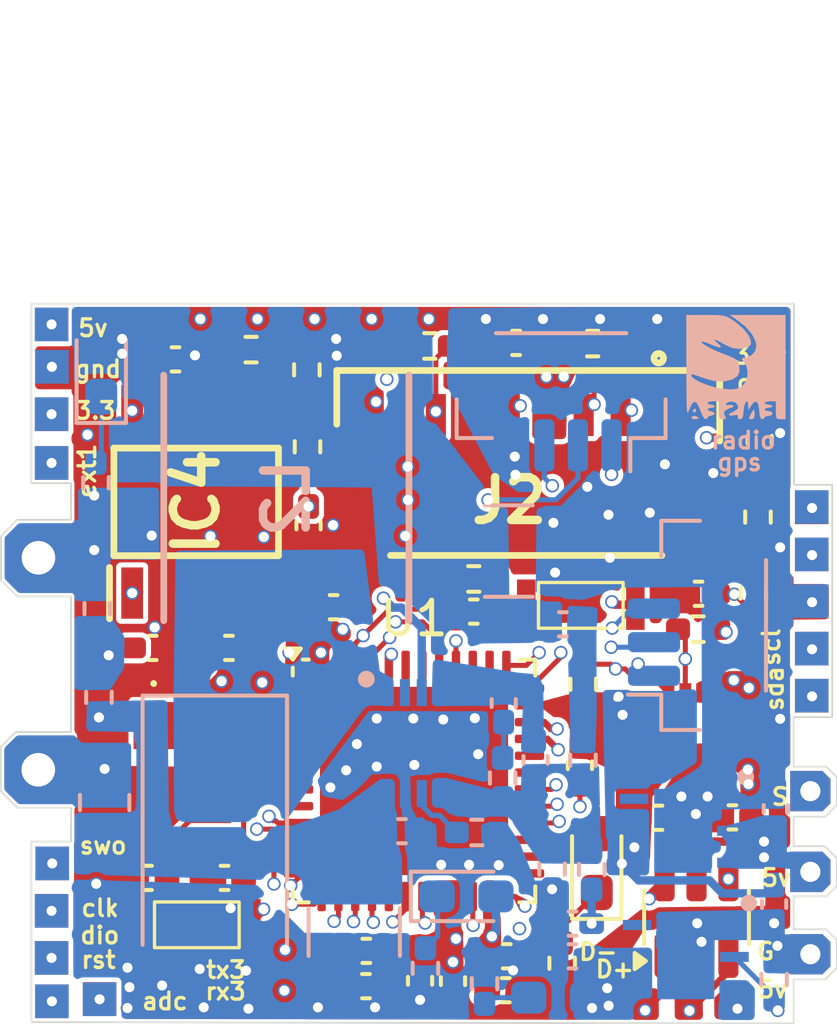
<source format=kicad_pcb>
(kicad_pcb (version 20241229) (generator "pcbnew") (generator_version "9.0")
  (layers (0 "F.Cu" signal) (4 "In1.Cu" signal) (6 "In2.Cu" signal) (8 "In3.Cu" signal) (10 "In4.Cu" signal) (2 "B.Cu" signal) (13 "F.Paste" user) (15 "B.Paste" user) (5 "F.SilkS" user "F.Silkscreen") (7 "B.SilkS" user "B.Silkscreen") (1 "F.Mask" user) (3 "B.Mask" user) (25 "Edge.Cuts" user))
  (net 0 "")
  (net 1 "GND")
  (net 2 "+3.3V")
  (net 3 "NRST")
  (net 4 "USART3_RX")
  (net 5 "Net-(U1-PF1)")
  (net 6 "Net-(U1-PF0)")
  (net 7 "SDDETECT")
  (net 8 "VIN")
  (net 9 "Net-(IC3-COMP)")
  (net 10 "Net-(C26-Pad2)")
  (net 11 "Net-(IC3-FB)")
  (net 12 "+5V")
  (net 13 "Net-(C28-Pad2)")
  (net 14 "ADC1_IN3_VBAT")
  (net 15 "ADC1_IN2_CURR")
  (net 16 "Net-(D2-K)")
  (net 17 "Net-(D3-K)")
  (net 18 "Net-(D3-A)")
  (net 19 "I2C3_SDA_ACCEL")
  (net 23 "I2C3_SCL_ACCEL")
  (net 26 "Net-(IC3-FSW)")
  (net 27 "Net-(IC4-A3)")
  (net 28 "Net-(IC4-A1)")
  (net 29 "3.3VEN")
  (net 30 "Net-(IC4-OUT)")
  (net 31 "SPI1_CS_SD")
  (net 32 "SPI1_MISO_SD")
  (net 33 "Net-(J2-G3)")
  (net 36 "SPI1_SCK_SD")
  (net 37 "SPI1_MOSI_SD")
  (net 38 "USART1_RX_GPS")
  (net 39 "USART1_TX_GPS")
  (net 40 "ADC1_IN1")
  (net 41 "LPUART1_RX_RADIO")
  (net 42 "LPUART1_TX_RADIO")
  (net 43 "GPIO_EXTI1")
  (net 44 "SWO")
  (net 45 "SWDIO")
  (net 46 "I2C1_SCL")
  (net 47 "SWCLK{slash}I2C1_SDA")
  (net 48 "TIM3_CHI_PWM4")
  (net 49 "USART3_TX")
  (net 54 "D+")
  (net 61 "D-")
  (net 65 "BAT+")
  (net 66 "PWEN")
  (net 68 "USBD+")
  (net 69 "USBD-")
  (net 70 "Net-(D1-K)")
  (net 71 "Net-(D4-K)")
  (net 72 "Net-(D5-K)")
  (net 73 "ADC2_IN17")
  (footprint "" (layer "F.Cu") (at 174.5 93.53)
    (property "Reference" "")
    (property "Value" "")
  )
  (footprint "Resistor_SMD:R_0402_1005Metric_Pad0.72x0.64mm_HandSolder" (layer "F.Cu") (at 184.33 74.1)
    (property "Reference" "R8" (hide yes))
    (property "Value" "47k" (hide yes))
  )
  (footprint "KXT3:SW_KXT3" (layer "F.Cu") (at 175.495 92.045)
    (property "Reference" "SW1" (hide yes))
    (property "Value" "RSTBTN" (hide yes))
  )
  (footprint "" (layer "F.Cu") (at 173.08 74.72)
    (property "Reference" "1" (hide yes))
    (property "Value" "")
  )
  (footprint "Capacitor_SMD:C_0402_1005Metric_Pad0.74x0.62mm_HandSolder" (layer "F.Cu") (at 180.72 79.44 90)
    (property "Reference" "C32" (hide yes))
    (property "Value" "10n" (hide yes))
  )
  (footprint "Capacitor_SMD:C_0402_1005Metric_Pad0.74x0.62mm_HandSolder" (layer "F.Cu") (at 185.02 92.99 90)
    (property "Reference" "C7" (hide yes))
    (property "Value" "10n" (hide yes))
  )
  (footprint "crystalmulticomp:MCSJK7U1200101080B10" (layer "F.Cu") (at 176.96 86.49 -90)
    (property "Reference" "Y1" (hide yes))
    (property "Value" "Crystal_GND24_Small" (hide yes))
  )
  (footprint "Capacitor_SMD:C_0402_1005Metric_Pad0.74x0.62mm_HandSolder" (layer "F.Cu") (at 178.22 89.92)
    (property "Reference" "C2" (hide yes))
    (property "Value" "0.1u" (hide yes))
  )
  (footprint "connecteurcustom:edge pad" (layer "F.Cu") (at 195.05 87.89 -90)
    (property "Reference" "REF**2" (hide yes))
    (property "Value" "edge pad" (hide yes))
  )
  (footprint "Capacitor_SMD:C_0402_1005Metric_Pad0.74x0.62mm_HandSolder" (layer "F.Cu") (at 181.4675 81.87 180)
    (property "Reference" "C6" (hide yes))
    (property "Value" "100n" (hide yes))
  )
  (footprint "Capacitor_SMD:C_0402_1005Metric_Pad0.74x0.62mm_HandSolder" (layer "F.Cu") (at 175.94 89.92 180)
    (property "Reference" "C12" (hide yes))
    (property "Value" "16p" (hide yes))
  )
  (footprint "Capacitor_SMD:C_0402_1005Metric_Pad0.74x0.62mm_HandSolder" (layer "F.Cu") (at 182.43 93.14)
    (property "Reference" "C10" (hide yes))
    (property "Value" "1u" (hide yes))
  )
  (footprint "" (layer "F.Cu") (at 172.68 80.74)
    (property "Reference" "")
    (property "Value" "")
  )
  (footprint "" (layer "F.Cu") (at 195.7 80.3)
    (property "Reference" "7" (hide yes))
    (property "Value" "")
  )
  (footprint "Resistor_SMD:R_0402_1005Metric_Pad0.72x0.64mm_HandSolder" (layer "F.Cu") (at 185.64 81.03 180)
    (property "Reference" "R2" (hide yes))
    (property "Value" "10k" (hide yes))
  )
  (footprint "" (layer "F.Cu") (at 173.07 76.13)
    (property "Reference" "2" (hide yes))
    (property "Value" "")
  )
  (footprint "Capacitor_SMD:C_0402_1005Metric_Pad0.74x0.62mm_HandSolder" (layer "F.Cu") (at 191.137 88.132)
    (property "Reference" "C1" (hide yes))
    (property "Value" "100n" (hide yes))
  )
  (footprint "" (layer "F.Cu") (at 195.7 78.9)
    (property "Reference" "8" (hide yes))
    (property "Value" "")
  )
  (footprint "" (layer "F.Cu") (at 195.7 84.5)
    (property "Reference" "4" (hide yes))
    (property "Value" "")
  )
  (footprint "Capacitor_SMD:C_0402_1005Metric_Pad0.74x0.62mm_HandSolder" (layer "F.Cu") (at 186.9 74.01 180)
    (property "Reference" "C16" (hide yes))
    (property "Value" "100n" (hide yes))
  )
  (footprint "LED_SMD:LED_0603_1608Metric_Pad1.05x0.95mm_HandSolder" (layer "F.Cu") (at 189.3 89.48 90)
    (property "Reference" "D3" (hide yes))
    (property "Value" "LED" (hide yes))
  )
  (footprint "Capacitor_SMD:C_0402_1005Metric_Pad0.74x0.62mm_HandSolder" (layer "F.Cu") (at 184.04 92.98 90)
    (property "Reference" "C8" (hide yes))
    (property "Value" "1u" (hide yes))
  )
  (footprint "TSC102:SOIC127P600X175-8N" (layer "F.Cu") (at 177.375 78.738 90)
    (property "Reference" "IC4")
    (property "Value" "TSC102IDT" (hide yes))
  )
  (footprint "Resistor_SMD:R_0402_1005Metric_Pad0.72x0.64mm_HandSolder" (layer "F.Cu") (at 194.1 79.19 -90)
    (property "Reference" "R5" (hide yes))
    (property "Value" "10k" (hide yes))
  )
  (footprint "Resistor_SMD:R_0402_1005Metric_Pad0.72x0.64mm_HandSolder" (layer "F.Cu") (at 180.69 77.1 90)
    (property "Reference" "R24" (hide yes))
    (property "Value" "100R" (hide yes))
  )
  (footprint "TestPoint:TestPoint_Pad_1.0x1.0mm" (layer "F.Cu") (at 180 93.27)
    (property "Reference" "REF**" (hide yes))
    (property "Value" "TestPoint_Pad_1.0x1.0mm" (hide yes))
  )
  (footprint "Resistor_SMD:R_0402_1005Metric_Pad0.72x0.64mm_HandSolder" (layer "F.Cu") (at 192.317 82.522 180)
    (property "Reference" "R9" (hide yes))
    (property "Value" "47k" (hide yes))
  )
  (footprint "" (layer "F.Cu") (at 173.07 77.58)
    (property "Reference" "3" (hide yes))
    (property "Value" "")
  )
  (footprint "Capacitor_SMD:C_0402_1005Metric_Pad0.74x0.62mm_HandSolder" (layer "F.Cu") (at 194.15 76.89 90)
    (property "Reference" "C15" (hide yes))
    (property "Value" "4.7u" (hide yes))
  )
  (footprint "connecteurcustom:edge pad" (layer "F.Cu") (at 195.09 90.29 -90)
    (property "Reference" "REF**1" (hide yes))
    (property "Value" "edge pad" (hide yes))
  )
  (footprint "Resistor_SMD:R_0402_1005Metric_Pad0.72x0.64mm_HandSolder" (layer "F.Cu") (at 180.67 74.81 -90)
    (property "Reference" "R25" (hide yes))
    (property "Value" "2k" (hide yes))
  )
  (footprint "Capacitor_SMD:C_0402_1005Metric_Pad0.74x0.62mm_HandSolder" (layer "F.Cu") (at 176.76 74.5 180)
    (property "Reference" "C31" (hide yes))
    (property "Value" "1u" (hide yes))
  )
  (footprint "" (layer "F.Cu") (at 173.07 73.46)
    (property "Reference" "")
    (property "Value" "")
  )
  (footprint "" (layer "F.Cu") (at 173.07 92.3)
    (property "Reference" "2" (hide yes))
    (property "Value" "")
  )
  (footprint "" (layer "F.Cu") (at 195.7 83.1)
    (property "Reference" "5" (hide yes))
    (property "Value" "")
  )
  (footprint "Resistor_SMD:R_0402_1005Metric_Pad0.72x0.64mm_HandSolder" (layer "F.Cu") (at 179.01 74.21)
    (property "Reference" "R26" (hide yes))
    (property "Value" "1k" (hide yes))
  )
  (footprint "" (layer "F.Cu") (at 173.07 90.9)
    (property "Reference" "1" (hide yes))
    (property "Value" "")
  )
  (footprint "Capacitor_SMD:C_0402_1005Metric_Pad0.74x0.62mm_HandSolder" (layer "F.Cu") (at 186.59 93.26)
    (property "Reference" "C11" (hide yes))
    (property "Value" "4.7u" (hide yes))
  )
  (footprint "molexmicrosd:47309-2651" (layer "F.Cu") (at 187.26 74.83)
    (property "Reference" "J2")
    (property "Value" "47309-2651" (hide yes))
  )
  (footprint "Package_TO_SOT_SMD:SOT-23-6" (layer "F.Cu") (at 192.27 91.0925 90)
    (property "Reference" "U2" (hide yes))
    (property "Value" "USBLC6-2SC6" (hide yes))
  )
  (footprint "" (layer "F.Cu") (at 195.7 81.7)
    (property "Reference" "6" (hide yes))
    (property "Value" "")
  )
  (footprint "connecteurcustom:edge pad" (layer "F.Cu") (at 195.05 92.74 -90)
    (property "Reference" "REF**" (hide yes))
    (property "Value" "edge pad" (hide yes))
  )
  (footprint "KXT3:SW_KXT3" (layer "F.Cu") (at 186.925 82.545)
    (property "Reference" "SW2" (hide yes))
    (property "Value" "boot" (hide yes))
  )
  (footprint "Resistor_SMD:R_0402_1005Metric_Pad0.72x0.64mm_HandSolder" (layer "F.Cu") (at 193.96 81.45 -90)
    (property "Reference" "R6" (hide yes))
    (property "Value" "10k" (hide yes))
  )
  (footprint "Capacitor_SMD:C_0402_1005Metric_Pad0.74x0.62mm_HandSolder" (layer "F.Cu") (at 188.8 86.57 90)
    (property "Reference" "C4" (hide yes))
    (property "Value" "100n" (hide yes))
  )
  (footprint "" (layer "F.Cu") (at 173.09 89.49)
    (property "Reference" "")
    (property "Value" "")
  )
  (footprint "Capacitor_SMD:C_0402_1005Metric_Pad0.74x0.62mm_HandSolder" (layer "F.Cu") (at 193.34 88.12 180)
    (property "Reference" "C17" (hide yes))
    (property "Value" "10u" (hide yes))
  )
  (footprint "Capacitor_SMD:C_0402_1005Metric_Pad0.74x0.62mm_HandSolder" (layer "F.Cu") (at 182.44 92.09)
    (property "Reference" "C9" (hide yes))
    (property "Value" "100n" (hide yes))
  )
  (footprint "Package_DFN_QFN:QFN-48-1EP_7x7mm_P0.5mm_EP5.6x5.6mm" (layer "F.Cu") (at 183.86 87.0375)
    (property "Reference" "U1")
    (property "Value" "STM32G431CBUx" (hide yes))
  )
  (footprint "Capacitor_SMD:C_0402_1005Metric_Pad0.74x0.62mm_HandSolder" (layer "F.Cu") (at 176.08 83.08 180)
    (property "Reference" "C30" (hide yes))
    (property "Value" "100n" (hide yes))
  )
  (footprint "Capacitor_SMD:C_0402_1005Metric_Pad0.74x0.62mm_HandSolder" (layer "F.Cu") (at 178.35 83.08 180)
    (property "Reference" "C13" (hide yes))
    (property "Value" "16p" (hide yes))
  )
  (footprint "" (layer "F.Cu") (at 173.08 93.59)
    (property "Reference" "3" (hide yes))
    (property "Value" "")
  )
  (footprint "connecteur custom:batpad" (layer "F.Cu") (at 173.78 87.77 90)
    (property "Reference" "REF**" (hide yes))
    (property "Value" "batpad" (hide yes))
  )
  (footprint "Resistor_SMD:R_0402_1005Metric_Pad0.72x0.64mm_HandSolder" (layer "F.Cu") (at 188.27 92.4575 90)
    (property "Reference" "R20" (hide yes))
    (property "Value" "1.1k" (hide yes))
  )
  (footprint "Capacitor_SMD:C_0402_1005Metric_Pad0.74x0.62mm_HandSolder" (layer "F.Cu") (at 186.62 92.25 180)
    (property "Reference" "C5" (hide yes))
    (property "Value" "100n" (hide yes))
  )
  (footprint "Capacitor_SMD:C_0402_1005Metric_Pad0.74x0.62mm_HandSolder" (layer "F.Cu") (at 192.33 81.47 180)
    (property "Reference" "C14" (hide yes))
    (property "Value" "10n" (hide yes))
  )
  (footprint "Resistor_SMD:R_0402_1005Metric_Pad0.72x0.64mm_HandSolder" (layer "F.Cu") (at 188.897 84.162 -90)
    (property "Reference" "R10" (hide yes))
    (property "Value" "47k" (hide yes))
  )
  (footprint "" (layer "F.Cu") (at 180.02 92.06)
    (property "Reference" "")
    (property "Value" "")
  )
  (footprint "Capacitor_SMD:C_0402_1005Metric_Pad0.74x0.62mm_HandSolder" (layer "F.Cu") (at 185.64 82)
    (property "Reference" "C3" (hide yes))
    (property "Value" "10n" (hide yes))
  )
  (footprint "WSEN-ISDS:2536030320001" (layer "F.Cu") (at 191.937 85.33)
    (property "Reference" "IC1" (hide yes))
    (property "Value" "2536030320001" (hide yes))
  )
  (footprint "Resistor_SMD:R_0402_1005Metric_Pad0.72x0.64mm_HandSolder" (layer "F.Cu") (at 189.18 74.03)
    (property "Reference" "R7" (hide yes))
    (property "Value" "47k" (hide yes))
  )
  (footprint "Capacitor_SMD:C_0402_1005Metric_Pad0.74x0.62mm_HandSolder" (layer "B.Cu") (at 194.63 87.87 90)
    (property "Reference" "C19" (hide yes))
    (property "Value" "1u" (hide yes))
  )
  (footprint "Capacitor_SMD:C_0402_1005Metric_Pad0.74x0.62mm_HandSolder" (layer "B.Cu") (at 188.5775 92.25 180)
    (property "Reference" "C21" (hide yes))
    (property "Value" "1u" (hide yes))
  )
  (footprint "Resistor_SMD:R_0402_1005Metric_Pad0.72x0.64mm_HandSolder" (layer "B.Cu") (at 186.5 86.95 -90)
    (property "Reference" "R16" (hide yes))
    (property "Value" "3.3k" (hide yes))
  )
  (footprint "Capacitor_SMD:C_0402_1005Metric_Pad0.74x0.62mm_HandSolder" (layer "B.Cu") (at 187.48 86.41 -90)
    (property "Reference" "C27" (hide yes))
    (property "Value" "220p" (hide yes))
  )
  (footprint "" (layer "B.Cu") (at 173.07 90.9 180)
    (property "Reference" "")
    (property "Value" "")
  )
  (footprint "Connector_JST:JST_SH_BM04B-SRSS-TB_1x04-1MP_P1.00mm_Vertical" (layer "B.Cu") (at 192.33 82.41 90)
    (property "Reference" "J3" (hide yes))
    (property "Value" "connecteur gps" (hide yes))
  )
  (footprint "Resistor_SMD:R_0402_1005Metric_Pad0.72x0.64mm_HandSolder" (layer "B.Cu") (at 185.73 88.57)
    (property "Reference" "R15" (hide yes))
    (property "Value" "220k" (hide yes))
  )
  (footprint "inductancewurth:INDPM7373X340N" (layer "B.Cu") (at 180.06 78.62 90)
    (property "Reference" "L2")
    (property "Value" "22u" (hide yes))
  )
  (footprint "Capacitor_SMD:C_1210_3225Metric_Pad1.33x2.70mm_HandSolder" (layer "B.Cu") (at 186.68 80.2)
    (property "Reference" "C29" (hide yes))
    (property "Value" "22u" (hide yes))
  )
  (footprint "" (layer "B.Cu") (at 173.07 76.13 180)
    (property "Reference" "")
    (property "Value" "")
  )
  (footprint "Capacitor_SMD:C_0402_1005Metric_Pad0.74x0.62mm_HandSolder" (layer "B.Cu") (at 188.29 82.38)
    (property "Reference" "C28" (hide yes))
    (property "Value" "3.3n" (hide yes))
  )
  (footprint "" (layer "B.Cu") (at 173.07 77.58 180)
    (property "Reference" "")
    (property "Value" "")
  )
  (footprint "Resistor_SMD:R_0402_1005Metric_Pad0.72x0.64mm_HandSolder" (layer "B.Cu") (at 184.2 92.61 90)
    (property "Reference" "R11" (hide yes))
    (property "Value" "1k" (hide yes))
  )
  (footprint "Connector_JST:JST_SH_BM04B-SRSS-TB_1x04-1MP_P1.00mm_Vertical" (layer "B.Cu") (at 188.24 75.73 180)
    (property "Reference" "J4" (hide yes))
    (property "Value" "connecteur radio" (hide yes))
  )
  (footprint "" (layer "B.Cu") (at 173.08 74.72 180)
    (property "Reference" "")
    (property "Value" "")
  )
  (footprint "" (layer "B.Cu") (at 173.07 73.46 180)
    (property "Reference" "")
    (property "Value" "")
  )
  (footprint "" (layer "B.Cu") (at 195.7 83.1 180)
    (property "Reference" "")
    (property "Value" "")
  )
  (footprint "Capacitor_SMD:C_0402_1005Metric_Pad0.74x0.62mm_HandSolder" (layer "B.Cu") (at 183.5 88.53)
    (property "Reference" "C25" (hide yes))
    (property "Value" "470n" (hide yes))
  )
  (footprint "LDO40PURY:SON95P300X300X90-7N-D" (layer "B.Cu") (at 191.95 92.27 180)
    (property "Reference" "IC5" (hide yes))
    (property "Value" "LDO40LPU33RY" (hide yes))
  )
  (footprint "Resistor_SMD:R_0402_1005Metric_Pad0.72x0.64mm_HandSolder" (layer "B.Cu") (at 174.43 81.91 -90)
    (property "Reference" "R22" (hide yes))
    (property "Value" "10k" (hide yes))
  )
  (footprint "Resistor_SMD:R_0402_1005Metric_Pad0.72x0.64mm_HandSolder" (layer "B.Cu") (at 185.96 93.0675 -90)
    (property "Reference" "R4" (hide yes))
    (property "Value" "1k" (hide yes))
  )
  (footprint "LED_SMD:LED_0603_1608Metric_Pad1.05x0.95mm_HandSolder" (layer "B.Cu") (at 174.55 74.73 90)
    (property "Reference" "D1" (hide yes))
    (property "Value" "LED" (hide yes))
  )
  (footprint "logo:logo ensea" (layer "B.Cu") (at 193.42 74.68 180)
    (property "Reference" "G***" (hide yes))
    (property "Value" "LOGO" (hide yes))
  )
  (footprint "Capacitor_SMD:C_1210_3225Metric_Pad1.33x2.70mm_HandSolder" (layer "B.Cu") (at 182.08 91.53 -90)
    (property "Reference" "C24" (hide yes))
    (property "Value" "10u" (hide yes))
  )
  (footprint "Resistor_SMD:R_0402_1005Metric_Pad0.72x0.64mm_HandSolder" (layer "B.Cu") (at 174.39 78.17 90)
    (property "Reference" "R3" (hide yes))
    (property "Value" "200R" (hide yes))
  )
  (footprint "" (layer "B.Cu") (at 195.7 84.5 180)
    (property "Reference" "")
    (property "Value" "")
  )
  (footprint "" (layer "B.Cu") (at 174.5 93.52 180)
    (property "Reference" "")
    (property "Value" "")
  )
  (footprint "" (layer "B.Cu") (at 195.7 80.3 180)
    (property "Reference" "7" (hide yes))
    (property "Value" "")
  )
  (footprint "" (layer "B.Cu") (at 195.7 78.89 180)
    (property "Reference" "")
    (property "Value" "")
  )
  (footprint "" (layer "B.Cu") (at 195.7 81.69 180)
    (property "Reference" "")
    (property "Value" "")
  )
  (footprint "Capacitor_SMD:C_0402_1005Metric_Pad0.74x0.62mm_HandSolder" (layer "B.Cu") (at 194.58 90.7 -90)
    (property "Reference" "C20" (hide yes))
    (property "Value" "1u" (hide yes))
  )
  (footprint "Resistor_SMD:R_0402_1005Metric_Pad0.72x0.64mm_HandSolder" (layer "B.Cu") (at 187.97 89.66 -90)
    (property "Reference" "R19" (hide yes))
    (property "Value" "680R" (hide yes))
  )
  (footprint "Resistor_SMD:R_0402_1005Metric_Pad0.72x0.64mm_HandSolder" (layer "B.Cu") (at 174.48 84.55 -90)
    (property "Reference" "R21" (hide yes))
    (property "Value" "20k" (hide yes))
  )
  (footprint "LDO40PURY:SON95P300X300X90-7N-D" (layer "B.Cu") (at 191.86 88.52 180)
    (property "Reference" "IC2" (hide yes))
    (property "Value" "LDO40LPU33RY" (hide yes))
  )
  (footprint "Capacitor_SMD:C_0402_1005Metric_Pad0.74x0.62mm_HandSolder" (layer "B.Cu") (at 186.53 84.72 -90)
    (property "Reference" "C26" (hide yes))
    (property "Value" "22n" (hide yes))
  )
  (footprint "Capacitor_SMD:C_0402_1005Metric_Pad0.74x0.62mm_HandSolder" (layer "B.Cu") (at 188.58 91.28 180)
    (property "Reference" "C18" (hide yes))
    (property "Value" "1u" (hide yes))
  )
  (footprint "" (layer "B.Cu") (at 173.09 89.49 180)
    (property "Reference" "")
    (property "Value" "")
  )
  (footprint "LED_SMD:LED_0603_1608Metric_Pad1.05x0.95mm_HandSolder" (layer "B.Cu") (at 185.425 90.47)
    (property "Reference" "D5" (hide yes))
    (property "Value" "LED" (hide yes))
  )
  (footprint "Resistor_SMD:R_0402_1005Metric_Pad0.72x0.64mm_HandSolder" (layer "B.Cu") (at 188.89 86.42 -90)
    (property "Reference" "R17" (hide yes))
    (property "Value" "200R" (hide yes))
  )
  (footprint "Diode_SMD:D_SMB_Handsoldering" (layer "B.Cu") (at 177.93 89.21 -90)
    (property "Reference" "D2" (hide yes))
    (property "Value" "STPS3L40" (hide yes))
  )
  (footprint "Resistor_SMD:R_0402_1005Metric_Pad0.72x0.64mm_HandSolder" (layer "B.Cu") (at 194.58 92.94 90)
    (property "Reference" "R1" (hide yes))
    (property "Value" "100k" (hide yes))
  )
  (footprint "LED_SMD:LED_0603_1608Metric_Pad1.05x0.95mm_HandSolder" (layer "B.Cu") (at 188.15 93.48)
    (property "Reference" "D4" (hide yes))
    (property "Value" "LED" (hide yes))
  )
  (footprint "Resistor_SMD:R_0805_2012Metric_Pad1.20x1.40mm_HandSolder" (layer "B.Cu") (at 174.65 87.68 90)
    (property "Reference" "R23" (hide yes))
    (property "Value" "10m" (hide yes))
  )
  (footprint "Resistor_SMD:R_0402_1005Metric_Pad0.72x0.64mm_HandSolder" (layer "B.Cu") (at 189.15 89.67 90)
    (property "Reference" "R18" (hide yes))
    (property "Value" "4.99k" (hide yes))
  )
  (footprint "" (layer "B.Cu") (at 173.07 92.3 180)
    (property "Reference" "")
    (property "Value" "")
  )
  (footprint "L7981:SON50P300X300X100-9N-D" (layer "B.Cu") (at 183.84 85.91 -90)
    (property "Reference" "IC3" (hide yes))
    (property "Value" "L7981TR" (hide yes))
  )
  (footprint "" (layer "B.Cu") (at 173.08 93.59 180)
    (property "Reference" "3" (hide yes))
    (property "Value" "")
  )
  (gr_poly (pts (xy 195.17 72.84) (xy 172.47 72.84) (xy 172.47 78.18) (xy 173.65 78.18) (xy 173.65 79.18) (xy 173.65 79.27) (xy 172.05 79.27) (xy 171.57 79.75) (xy 171.57 81.07) (xy 172.05 81.55) (xy 173.65 81.55) (xy 173.65 81.69) (xy 173.65 85.45) (xy 173.65 85.58) (xy 172 85.58) (xy 171.56 86.02) (xy 171.56 87.34) (xy 172.05 87.83) (xy 173.65 87.83) (xy 173.65 88.73) (xy 173.65 88.84) (xy 172.47 88.84) (xy 172.47 94.210193) (xy 195.16 94.25) (xy 195.16 92.94) (xy 196.1 92.94) (xy 196.45 92.59) (xy 196.45 91.77) (xy 196.13 91.45) (xy 195.16 91.45) (xy 195.16 90.47) (xy 195.28 90.47) (xy 196.14 90.47) (xy 196.45 90.16) (xy 196.45 89.34) (xy 196.09 88.98) (xy 195.16 88.98) (xy 195.16 88.1) (xy 196.1 88.1) (xy 196.45 87.75) (xy 196.45 86.93) (xy 196.13 86.61) (xy 195.28 86.61) (xy 195.16 86.61) (xy 195.16 85.14) (xy 196.31 85.14) (xy 196.31 78.35) (xy 196.31 78.23) (xy 195.17 78.23) (xy 195.17 73.03)) (stroke (width 0.05)) (fill no) (layer "Edge.Cuts"))
  (gr_text "gnd" (at 193.41 75.5 0) (layer "F.SilkS") (effects (font (size 0.5 0.5) (thickness 0.1)) (justify left bottom)))
  (gr_text "3.3v" (at 193.32 74.68 0) (layer "F.SilkS") (effects (font (size 0.5 0.5) (thickness 0.1)) (justify left bottom)))
  (gr_text "G" (at 194.01 92.4 0) (layer "F.SilkS") (effects (font (size 0.5 0.5) (thickness 0.1)) (justify left bottom)))
  (gr_text "tx3" (at 177.61 92.95 0) (layer "F.SilkS") (effects (font (size 0.5 0.5) (thickness 0.1)) (justify left bottom)))
  (gr_text "scl" (at 194.79 83.67 90) (layer "F.SilkS") (effects (font (size 0.5 0.5) (thickness 0.1)) (justify left bottom)))
  (gr_text "gnd" (at 173.71 75.08 0) (layer "F.SilkS") (effects (font (size 0.5 0.5) (thickness 0.1)) (justify left bottom)))
  (gr_text "5v" (at 193.9 73.88 0) (layer "F.SilkS") (effects (font (size 0.5 0.5) (thickness 0.1)) (justify left bottom)))
  (gr_text "dio" (at 173.87 91.92 0) (layer "F.SilkS") (effects (font (size 0.5 0.5) (thickness 0.1)) (justify left bottom)))
  (gr_text "S" (at 194.45 87.8 0) (layer "F.SilkS") (effects (font (size 0.5 0.5) (thickness 0.1)) (justify left bottom)))
  (gr_text "clk" (at 173.9 91.11 0) (layer "F.SilkS") (effects (font (size 0.5 0.5) (thickness 0.1)) (justify left bottom)))
  (gr_text "rst" (at 173.9 92.65 0) (layer "F.SilkS") (effects (font (size 0.5 0.5) (thickness 0.1)) (justify left bottom)))
  (gr_text "5v" (at 194.04 93.53 0) (layer "F.SilkS") (effects (font (size 0.5 0.5) (thickness 0.1) (bold yes)) (justify left bottom)))
  (gr_text "sda" (at 194.89 85.01 90) (layer "F.SilkS") (effects (font (size 0.5 0.5) (thickness 0.1)) (justify left bottom)))
  (gr_text "D+" (at 189.21 92.93 -0) (layer "F.SilkS") (effects (font (size 0.5 0.5) (thickness 0.1)) (justify left bottom)))
  (gr_text "rx3" (at 177.59 93.59 0) (layer "F.SilkS") (effects (font (size 0.5 0.5) (thickness 0.1)) (justify left bottom)))
  (gr_text "adc" (at 175.71 93.88 0) (layer "F.SilkS") (effects (font (size 0.5 0.5) (thickness 0.1)) (justify left bottom)))
  (gr_text "swo" (at 173.85 89.25 0) (layer "F.SilkS") (effects (font (size 0.5 0.5) (thickness 0.1)) (justify left bottom)))
  (gr_text "D-" (at 188.72 92.41 -0) (layer "F.SilkS") (effects (font (size 0.5 0.5) (thickness 0.1)) (justify left bottom)))
  (gr_text "5v" (at 194.15 90.21 0) (layer "F.SilkS") (effects (font (size 0.5 0.5) (thickness 0.1)) (justify left bottom)))
  (gr_text "5v" (at 173.81 73.86 0) (layer "F.SilkS") (effects (font (size 0.5 0.5) (thickness 0.1)) (justify left bottom)))
  (gr_text "3.3" (at 173.71 76.32 0) (layer "F.SilkS") (effects (font (size 0.5 0.5) (thickness 0.1)) (justify left bottom)))
  (gr_text "ext1" (at 174.42 78.68 90) (layer "F.SilkS") (effects (font (size 0.5 0.5) (thickness 0.1)) (justify left bottom)))
  (gr_text "radio" (at 192.65 77.2 0) (layer "B.SilkS") (effects (font (size 0.5 0.5) (thickness 0.1) (bold yes)) (justify left bottom)))
  (gr_text "gps" (at 192.83 77.85 0) (layer "B.SilkS") (effects (font (size 0.5 0.5) (thickness 0.1) (bold yes)) (justify left bottom)))
  (segment (start 188.8 87.1375) (end 188.8 87.8) (width 0.15) (layer "F.Cu") (net 1))
  (via (at 176.36 93.12) (size 0.4) (drill 0.3) (layers "F.Cu" "B.Cu") (net 1))
  (via (at 176.05 79.74) (size 0.4) (drill 0.3) (layers "F.Cu" "B.Cu") (net 1))
  (via (at 184.73 85.21) (size 0.4) (drill 0.3) (layers "F.Cu" "B.Cu") (net 1))
  (via (at 176.14 82.47) (size 0.4) (drill 0.3) (layers "F.Cu" "B.Cu") (net 1))
  (via (at 194.76 76.69) (size 0.4) (drill 0.3) (layers "F.Cu" "B.Cu") (net 1))
  (via (at 195.71 81.72) (size 0.4) (drill 0.3) (layers "F.Cu" "B.Cu") (net 1))
  (via (at 192.25 88.02) (size 0.4) (drill 0.3) (layers "F.Cu" "B.Cu") (net 1))
  (via (at 182.16 85.94) (size 0.4) (drill 0.3) (layers "F.Cu" "B.Cu") (net 1))
  (via (at 188.06 80.84) (size 0.4) (drill 0.3) (layers "F.Cu" "B.Cu") (net 1))
  (via (at 191.1 73.3) (size 0.4) (drill 0.3) (layers "F.Cu" "B.Cu") (net 1))
  (via (at 174.14 76.74) (size 0.4) (drill 0.3) (layers "F.Cu" "B.Cu") (net 1))
  (via (at 186.86 77.39) (size 0.4) (drill 0.3) (layers "F.Cu" "B.Cu") (net 1))
  (via (at 182.6 73.3) (size 0.4) (drill 0.3) (layers "F.Cu" "B.Cu") (net 1))
  (via (at 189.65 79.12) (size 0.4) (drill 0.3) (layers "F.Cu" "B.Cu") (net 1))
  (via (at 190.88 79.06) (size 0.4) (drill 0.3) (layers "F.Cu" "B.Cu") (net 1))
  (via (at 175.39 93.17) (size 0.4) (drill 0.3) (layers "F.Cu" "B.Cu") (net 1))
  (via (at 194.68 91.94) (size 0.4) (drill 0.3) (layers "F.Cu" "B.Cu") (net 1))
  (via (at 180.9 73.3) (size 0.4) (drill 0.3) (layers "F.Cu" "B.Cu") (net 1))
  (via (at 185.5 89.53) (size 0.4) (drill 0.3) (layers "F.Cu" "B.Cu") (net 1))
  (via (at 183.68 78.68) (size 0.4) (drill 0.3) (layers "F.Cu" "B.Cu") (net 1))
  (via (at 178.4 90.82) (size 0.4) (drill 0.3) (layers "F.Cu" "B.Cu") (net 1))
  (via (at 173.08 74.72) (size 0.4) (drill 0.3) (layers "F.Cu" "B.Cu") (net 1))
  (via (at 186.88 77.93) (size 0.4) (drill 0.3) (layers "F.Cu" "B.Cu") (net 1))
  (via (at 186.81 92.67) (size 0.4) (drill 0.3) (layers "F.Cu" "B.Cu") (net 1))
  (via (at 182.75 85.18) (size 0.4) (drill 0.3) (layers "F.Cu" "B.Cu") (net 1))
  (via (at 194.76 85.19) (size 0.4) (drill 0.3) (layers "F.Cu" "B.Cu") (net 1))
  (via (at 186.38 89.54) (size 0.4) (drill 0.3) (layers "F.Cu" "B.Cu") (net 1))
  (via (at 183.87 86.56) (size 0.4) (drill 0.3) (layers "F.Cu" "B.Cu") (net 1))
  (via (at 185.77 86.24) (size 0.4) (drill 0.3) (layers "F.Cu" "B.Cu") (net 1))
  (via (at 177.8 79.76) (size 0.4) (drill 0.3) (layers "F.Cu" "B.Cu") (net 1))
  (via (at 175.33 93.79) (size 0.4) (drill 0.3) (layers "F.Cu" "B.Cu") (net 1))
  (via (at 182.73 75.76) (size 0.4) (drill 0.3) (layers "F.Cu" "B.Cu") (net 1))
  (via (at 179.34 84.11) (size 0.4) (drill 0.3) (layers "F.Cu" "B.Cu") (net 1))
  (via (at 191.82 87.5) (size 0.4) (drill 0.3) (layers "F.Cu" "B.Cu") (net 1))
  (via (at 192.29 91.27) (size 0.4) (drill 0.3) (layers "F.Cu" "B.Cu") (net 1))
  (via (at 177.5 73.3) (size 0.4) (drill 0.3) (layers "F.Cu" "B.Cu") (net 1))
  (via (at 188.8 87.8) (size 0.4) (drill 0.3) (layers "F.Cu" "B.Cu") (net 1))
  (via (at 174.34 78.55) (size 0.4) (drill 0.3) (layers "F.Cu" "B.Cu") (net 1))
  (via (at 183.84 85.18) (size 0.4) (drill 0.3) (layers "F.Cu" "B.Cu") (net 1))
  (via (at 179.39 79.78) (size 0.4) (drill 0.3) (layers "F.Cu" "B.Cu") (net 1))
  (via (at 175.33 92.59) (size 0.4) (drill 0.3) (layers "F.Cu" "B.Cu") (net 1))
  (via (at 183.67 77.69) (size 0.4) (drill 0.3) (layers "F.Cu" "B.Cu") (net 1))
  (via (at 187.97 90.2575) (size 0.4) (drill 0.3) (layers "F.Cu" "B.Cu") (net 1))
  (via (at 178.86 92.68) (size 0.4) (drill 0.3) (layers "F.Cu" "B.Cu") (net 1))
  (via (at 187.7 73.3) (size 0.4) (drill 0.3) (layers "F.Cu" "B.Cu") (net 1))
  (via (at 184.67 89.53) (size 0.4) (drill 0.3) (layers "F.Cu" "B.Cu") (net 1))
  (via (at 184.04 93.5475) (size 0.4) (drill 0.3) (layers "F.Cu" "B.Cu") (net 1))
  (via (at 182.7 93.77) (size 0.4) (drill 0.3) (layers "F.Cu" "B.Cu") (net 1))
  (via (at 194.58 91.2675) (size 0.4) (drill 0.3) (layers "F.Cu" "B.Cu") (net 1))
  (via (at 189.4 73.3) (size 0.4) (drill 0.3) (layers "F.Cu" "B.Cu") (net 1))
  (via (at 174.34 80.17) (size 0.4) (drill 0.3) (layers "F.Cu" "B.Cu") (net 1))
  (via (at 178.93 93.81) (size 0.4) (drill 0.3) (layers "F.Cu" "B.Cu") (net 1))
  (via (at 189.69 80.4) (size 0.4) (drill 0.3) (layers "F.Cu" "B.Cu") (net 1))
  (via (at 182.75 86.61) (size 0.4) (drill 0.3) (layers "F.Cu" "B.Cu") (net 1))
  (via (at 179.2 73.3) (size 0.4) (drill 0.3) (layers "F.Cu" "B.Cu") (net 1))
  (via (at 181.37 87.23) (size 0.4) (drill 0.3) (layers "F.Cu" "B.Cu") (net 1))
  (via (at 192.77 77.88) (size 0.4) (drill 0.3) (layers "F.Cu" "B.Cu") (net 1))
  (via (at 178.13 84.07) (size 0.4) (drill 0.3) (layers "F.Cu" "B.Cu") (net 1))
  (via (at 181.45 79.43) (size 0.4) (drill 0.3) (layers "F.Cu" "B.Cu") (net 1))
  (via (at 192.42 91.82) (size 0.4) (drill 0.3) (layers "F.Cu" "B.Cu") (net 1))
  (via (at 189.02 78.29) (size 0.4) (drill 0.3) (layers "F.Cu" "B.Cu") (net 1))
  (via (at 174.4 90.095) (size 0.4) (drill 0.3) (layers "F.Cu" "B.Cu") (net 1))
  (via (at 183.6 79.75) (size 0.4) (drill 0.3) (layers "F.Cu" "B.Cu") (net 1))
  (via (at 191.33 77.62) (size 0.4) (drill 0.3) (layers "F.Cu" "B.Cu") (net 1))
  (via (at 185.67 85.17) (size 0.4) (drill 0.3) (layers "F.Cu" "B.Cu") (net 1))
  (via (at 181.84 86.72) (size 0.4) (drill 0.3) (layers "F.Cu" "B.Cu") (net 1))
  (via (at 194.76 80.09) (size 0.4) (drill 0.3) (layers "F.Cu" "B.Cu") (net 1))
  (via (at 181 93.77) (size 0.4) (drill 0.3) (layers "F.Cu" "B.Cu") (net 1))
  (via (at 177.48 92.63) (size 0.4) (drill 0.3) (layers "F.Cu" "B.Cu") (net 1))
  (via (at 184.3 73.3) (size 0.4) (drill 0.3) (layers "F.Cu" "B.Cu") (net 1))
  (via (at 177.6 93.77) (size 0.4) (drill 0.3) (layers "F.Cu" "B.Cu") (net 1))
  (via (at 186 73.3) (size 0.4) (drill 0.3) (layers "F.Cu" "B.Cu") (net 1))
  (via (at 188.01 79.36) (size 0.4) (drill 0.3) (layers "F.Cu" "B.Cu") (net 1))
  (via (at 192.6 87.5) (size 0.4) (drill 0.3) (layers "F.Cu" "B.Cu") (net 1))
  (segment (start 193.4 91.32) (end 193.5575 91.32) (width 0.15) (layer "B.Cu") (net 1))
  (segment (start 186.74 77.055) (end 186.665 77.055) (width 0.15) (layer "B.Cu") (net 1))
  (segment (start 190.774 85.08) (end 190.774 85.58) (width 0.25) (layer "F.Cu") (net 2))
  (segment (start 188.8 84.8565) (end 188.897 84.7595) (width 0.25) (layer "F.Cu") (net 2))
  (segment (start 189.835 81.795) (end 190.45 81.795) (width 0.25) (layer "F.Cu") (net 2))
  (segment (start 189.75 81.71) (end 189.835 81.795) (width 0.25) (layer "F.Cu") (net 2))
  (segment (start 194.1 77.5075) (end 194.15 77.4575) (width 0.25) (layer "F.Cu") (net 2))
  (segment (start 193.5225 76.83) (end 194.15 77.4575) (width 0.25) (layer "F.Cu") (net 2))
  (segment (start 194.1 78.5925) (end 194.1 77.5075) (width 0.25) (layer "F.Cu") (net 2))
  (segment (start 183.05 74.7825) (end 183.7325 74.1) (width 0.25) (layer "F.Cu") (net 2))
  (segment (start 182.9975 92.1) (end 183.0075 92.09) (width 0.15) (layer "F.Cu") (net 2))
  (segment (start 192.57 76.83) (end 193.5225 76.83) (width 0.25) (layer "F.Cu") (net 2))
  (segment (start 188.869 84.7875) (end 188.897 84.7595) (width 0.25) (layer "F.Cu") (net 2))
  (segment (start 183.05 75.09) (end 183.05 74.7825) (width 0.25) (layer "F.Cu") (net 2))
  (via (at 193.38 84.04) (size 0.4) (drill 0.3) (layers "F.Cu" "B.Cu") (net 2))
  (via (at 190.05 89.495521) (size 0.4) (drill 0.3) (layers "F.Cu" "B.Cu") (net 2))
  (via (at 189.75 81.71) (size 0.4) (drill 0.3) (layers "F.Cu" "B.Cu") (net 2))
  (via (at 193.8 86.7) (size 0.4) (drill 0.3) (layers "F.Cu" "B.Cu") (net 2))
  (via (at 189.95 84.53) (size 0.4) (drill 0.3) (layers "F.Cu" "B.Cu") (net 2))
  (via (at 187.8 75.02) (size 0.4) (drill 0.3) (layers "F.Cu" "B.Cu") (net 2))
  (via (at 190.420521 89.010521) (size 0.4) (drill 0.3) (layers "F.Cu" "B.Cu") (net 2))
  (via (at 190.07 85.07) (size 0.4) (drill 0.3) (layers "F.Cu" "B.Cu") (net 2))
  (via (at 193.83 84.27) (size 0.4) (drill 0.3) (layers "F.Cu" "B.Cu") (net 2))
  (via (at 195.71 80.32) (size 0.4) (drill 0.3) (layers "F.Cu" "B.Cu") (net 2))
  (via (at 173.07 76.13) (size 0.4) (drill 0.3) (layers "F.Cu" "B.Cu") (net 2))
  (via (at 186.18 91.66) (size 0.4) (drill 0.3) (layers "F.Cu" "B.Cu") (net 2))
  (via (at 188.32 75.01) (size 0.4) (drill 0.3) (layers "F.Cu" "B.Cu") (net 2))
  (via (at 185.11 91.73) (size 0.4) (drill 0.3) (layers "F.Cu" "B.Cu") (net 2))
  (via (at 181.09 83.22) (size 0.4) (drill 0.3) (layers "F.Cu" "B.Cu") (net 2))
  (via (at 192.57 76.83) (size 0.4) (drill 0.3) (layers "F.Cu" "B.Cu") (net 2))
  (via (at 183.05 75.09) (size 0.4) (drill 0.3) (layers "F.Cu" "B.Cu") (net 2))
  (via (at 193.816587 87.131306) (size 0.4) (drill 0.3) (layers "F.Cu" "B.Cu") (net 2))
  (via (at 187 91.43) (size 0.4) (drill 0.3) (layers "F.Cu" "B.Cu") (net 2))
  (via (at 181.74 82.53) (size 0.4) (drill 0.3) (layers "F.Cu" "B.Cu") (net 2))
  (via (at 193.15 82.61) (size 0.4) (drill 0.3) (layers "F.Cu" "B.Cu") (net 2))
  (via (at 185.02 92.4225) (size 0.4) (drill 0.3) (layers "F.Cu" "B.Cu") (net 2))
  (via (at 180.14 83.22) (size 0.4) (drill 0.3) (layers "F.Cu" "B.Cu") (net 2))
  (segment (start 193.043959 90.38) (end 194.3325 90.38) (width 0.25) (layer "B.Cu") (net 2))
  (segment (start 192.658959 89.995) (end 193.043959 90.38) (width 0.25) (layer "B.Cu") (net 2))
  (segment (start 186.3 91.54) (end 186.18 91.66) (width 0.25) (layer "B.Cu") (net 2))
  (segment (start 190.05 89.495521) (end 190.549479 89.995) (width 0.25) (layer "B.Cu") (net 2))
  (segment (start 186.3 90.47) (end 186.3 91.54) (width 0.25) (layer "B.Cu") (net 2))
  (segment (start 194.3325 90.38) (end 194.58 90.1325) (width 0.25) (layer "B.Cu") (net 2))
  (segment (start 190.549479 89.995) (end 192.658959 89.995) (width 0.25) (layer "B.Cu") (net 2))
  (segment (start 179.38 90.935) (end 179.02 91.295) (width 0.15) (layer "F.Cu") (net 3))
  (segment (start 180.42 87.29) (end 180.4225 87.2875) (width 0.15) (layer "F.Cu") (net 3))
  (segment (start 179.02 90.1525) (end 178.7875 89.92) (width 0.15) (layer "F.Cu") (net 3))
  (segment (start 178.7875 89.92) (end 178.7875 87.9625) (width 0.15) (layer "F.Cu") (net 3))
  (segment (start 178.7875 87.9625) (end 179.46 87.29) (width 0.15) (layer "F.Cu") (net 3))
  (segment (start 179.38 90.85066) (end 179.38 90.935) (width 0.15) (layer "F.Cu") (net 3))
  (segment (start 179.02 91.295) (end 179.02 90.1525) (width 0.15) (layer "F.Cu") (net 3))
  (segment (start 179.46 87.29) (end 180.42 87.29) (width 0.15) (layer "F.Cu") (net 3))
  (via (at 173.08 93.59) (size 0.4) (drill 0.3) (layers "F.Cu" "B.Cu") (net 3))
  (via (at 179.38 90.85066) (size 0.4) (drill 0.3) (layers "F.Cu" "B.Cu") (net 3))
  (segment (start 185.7225 82.485) (end 184.719014 82.485) (width 0.15) (layer "F.Cu") (net 4))
  (segment (start 183.13 81.93) (end 182.345 82.715) (width 0.15) (layer "F.Cu") (net 4))
  (segment (start 186.2375 81.97) (end 186.2075 82) (width 0.15) (layer "F.Cu") (net 4))
  (segment (start 186.4125 81.795) (end 186.2075 82) (width 0.15) (layer "F.Cu") (net 4))
  (segment (start 184.719014 82.485) (end 184.164014 81.93) (width 0.15) (layer "F.Cu") (net 4))
  (segment (start 182.345 82.715) (end 182.11 82.95) (width 0.15) (layer "F.Cu") (net 4))
  (segment (start 187.2 81.795) (end 186.4125 81.795) (width 0.15) (layer "F.Cu") (net 4))
  (segment (start 182.11 82.95) (end 182.11 83.6) (width 0.15) (layer "F.Cu") (net 4))
  (segment (start 186.2375 81.03) (end 186.2375 81.97) (width 0.15) (layer "F.Cu") (net 4))
  (segment (start 184.164014 81.93) (end 183.13 81.93) (width 0.15) (layer "F.Cu") (net 4))
  (segment (start 186.2075 82) (end 185.7225 82.485) (width 0.15) (layer "F.Cu") (net 4))
  (via (at 180 93.27) (size 0.4) (drill 0.3) (layers "F.Cu" "B.Cu") (net 4))
  (via (at 182.345 82.715) (size 0.4) (drill 0.3) (layers "F.Cu" "B.Cu") (net 4))
  (segment (start 176.5075 88.8925) (end 177.81 87.59) (width 0.15) (layer "F.Cu") (net 5))
  (segment (start 176.5075 89.92) (end 176.5075 88.8925) (width 0.15) (layer "F.Cu") (net 5))
  (segment (start 180.4225 86.7875) (end 178.6125 86.7875) (width 0.15) (layer "F.Cu") (net 5))
  (segment (start 178.6125 86.7875) (end 177.81 87.59) (width 0.15) (layer "F.Cu") (net 5))
  (segment (start 177.7825 83.7175) (end 176.11 85.39) (width 0.15) (layer "F.Cu") (net 6))
  (segment (start 176.11 85.39) (end 177.0075 86.2875) (width 0.15) (layer "F.Cu") (net 6))
  (segment (start 177.7825 83.08) (end 177.7825 83.7175) (width 0.15) (layer "F.Cu") (net 6))
  (segment (start 177.0075 86.2875) (end 180.4225 86.2875) (width 0.15) (layer "F.Cu") (net 6))
  (segment (start 184.19 91.26) (end 184.11 91.18) (width 0.15) (layer "F.Cu") (net 7))
  (segment (start 193.39625 81.48375) (end 193.96 82.0475) (width 0.15) (layer "F.Cu") (net 7))
  (segment (start 184.11 91.18) (end 184.11 90.475) (width 0.15) (layer "F.Cu") (net 7))
  (segment (start 192.8975 81.47) (end 193.3825 81.47) (width 0.15) (layer "F.Cu") (net 7))
  (segment (start 193.3825 81.47) (end 193.39625 81.48375) (width 0.15) (layer "F.Cu") (net 7))
  (via (at 193.39625 81.48375) (size 0.4) (drill 0.3) (layers "F.Cu" "B.Cu") (net 7))
  (via (at 184.19 91.26) (size 0.4) (drill 0.3) (layers "F.Cu" "B.Cu") (net 7))
  (via (at 175.47 81.45) (size 0.4) (drill 0.3) (layers "F.Cu" "B.Cu") (net 8))
  (via (at 182.95043 81.600789) (size 0.4) (drill 0.3) (layers "F.Cu" "B.Cu") (net 8))
  (via (at 174.48 85.1475) (size 0.4) (drill 0.3) (layers "F.Cu" "B.Cu") (net 8))
  (segment (start 183.486041 81.88) (end 184.09 82.483959) (width 0.25) (layer "B.Cu") (net 8))
  (segment (start 183.229641 81.88) (end 183.486041 81.88) (width 0.25) (layer "B.Cu") (net 8))
  (segment (start 182.95043 81.600789) (end 183.229641 81.88) (width 0.25) (layer "B.Cu") (net 8))
  (segment (start 184.09 82.483959) (end 184.09 84.41) (width 0.25) (layer "B.Cu") (net 8))
  (segment (start 186.53 86.3225) (end 186.5 86.3525) (width 0.15) (layer "B.Cu") (net 10))
  (segment (start 186.53 85.2875) (end 186.53 86.3225) (width 0.15) (layer "B.Cu") (net 10))
  (segment (start 194.28 88.84) (end 192.722501 88.84) (width 0.25) (layer "F.Cu") (net 12))
  (segment (start 177.3275 75.3435) (end 178.01 76.026) (width 0.25) (layer "F.Cu") (net 12))
  (segment (start 192.27 89.292501) (end 192.27 89.955) (width 0.25) (layer "F.Cu") (net 12))
  (segment (start 177.3275 74.5) (end 177.3275 75.3435) (width 0.25) (layer "F.Cu") (net 12))
  (segment (start 192.722501 88.84) (end 192.27 89.292501) (width 0.25) (layer "F.Cu") (net 12))
  (segment (start 194.28 89.31) (end 194.28 88.84) (width 0.25) (layer "F.Cu") (net 12))
  (via (at 177.34 74.38) (size 0.4) (drill 0.3) (layers "F.Cu" "B.Cu") (net 12))
  (via (at 189.1475 91.28) (size 0.4) (drill 0.3) (layers "F.Cu" "B.Cu") (net 12))
  (via (at 193.49 93.81) (size 0.4) (drill 0.3) (layers "F.Cu" "B.Cu") (net 12))
  (via (at 181.56 74.39) (size 0.4) (drill 0.3) (layers "F.Cu" "B.Cu") (net 12))
  (via (at 173.07 73.46) (size 0.4) (drill 0.3) (layers "F.Cu" "B.Cu") (net 12))
  (via (at 181.541494 73.89034) (size 0.4) (drill 0.3) (layers "F.Cu" "B.Cu") (net 12))
  (via (at 175.17 73.89) (size 0.4) (drill 0.3) (layers "F.Cu" "B.Cu") (net 12))
  (via (at 175.17 74.33) (size 0.4) (drill 0.3) (layers "F.Cu" "B.Cu") (net 12))
  (via (at 194.28 88.84) (size 0.4) (drill 0.3) (layers "F.Cu" "B.Cu") (net 12))
  (via (at 194.28 89.31) (size 0.4) (drill 0.3) (layers "F.Cu" "B.Cu") (net 12))
  (via (at 195.71 78.92) (size 0.4) (drill 0.3) (layers "F.Cu" "B.Cu") (net 12))
  (segment (start 189.1475 91.28) (end 189.15 91.2775) (width 0.25) (layer "B.Cu") (net 12))
  (segment (start 189.15 91.2775) (end 189.15 90.2675) (width 0.25) (layer "B.Cu") (net 12))
  (segment (start 179.985001 88.7875) (end 180.4225 88.7875) (width 0.15) (layer "F.Cu") (net 14))
  (segment (start 174.77 83.3) (end 175.2925 83.3) (width 0.15) (layer "F.Cu") (net 14))
  (segment (start 175.2925 83.3) (end 175.5125 83.08) (width 0.15) (layer "F.Cu") (net 14))
  (segment (start 179.704278 88.5375) (end 179.735001 88.5375) (width 0.15) (layer "F.Cu") (net 14))
  (segment (start 179.18 88.47) (end 179.636778 88.47) (width 0.15) (layer "F.Cu") (net 14))
  (segment (start 179.735001 88.5375) (end 179.985001 88.7875) (width 0.15) (layer "F.Cu") (net 14))
  (segment (start 179.636778 88.47) (end 179.704278 88.5375) (width 0.15) (layer "F.Cu") (net 14))
  (via (at 174.77 83.3) (size 0.4) (drill 0.3) (layers "F.Cu" "B.Cu") (net 14))
  (via (at 179.18 88.47) (size 0.4) (drill 0.3) (layers "F.Cu" "B.Cu") (net 14))
  (segment (start 179.807832 88.2875) (end 180.4225 88.2875) (width 0.15) (layer "F.Cu") (net 15))
  (segment (start 179.541191 88.089171) (end 179.67202 88.22) (width 0.15) (layer "F.Cu") (net 15))
  (segment (start 180.69 77.6975) (end 180.69 78.8425) (width 0.15) (layer "F.Cu") (net 15))
  (segment (start 180.69 78.8425) (end 180.72 78.8725) (width 0.15) (layer "F.Cu") (net 15))
  (segment (start 179.67202 88.22) (end 179.740332 88.22) (width 0.15) (layer "F.Cu") (net 15))
  (segment (start 179.740332 88.22) (end 179.807832 88.2875) (width 0.15) (layer "F.Cu") (net 15))
  (via (at 180.72 78.8725) (size 0.4) (drill 0.3) (layers "F.Cu" "B.Cu") (net 15))
  (via (at 179.541191 88.089171) (size 0.4) (drill 0.3) (layers "F.Cu" "B.Cu") (net 15))
  (segment (start 189.3 90.355) (end 188.27 91.385) (width 0.15) (layer "F.Cu") (net 17))
  (segment (start 188.27 91.385) (end 188.27 91.86) (width 0.15) (layer "F.Cu") (net 17))
  (segment (start 187.2975 88.7875) (end 189.1175 88.7875) (width 0.15) (layer "F.Cu") (net 18))
  (segment (start 189.1175 88.7875) (end 189.3 88.605) (width 0.15) (layer "F.Cu") (net 18))
  (segment (start 188.897 83.5645) (end 189.7195 83.5645) (width 0.15) (layer "F.Cu") (net 19))
  (segment (start 191.149 84.13) (end 191.437 84.418) (width 0.15) (layer "F.Cu") (net 19))
  (segment (start 189.86 83.705) (end 190.145 83.705) (width 0.15) (layer "F.Cu") (net 19))
  (segment (start 185.11 82.87) (end 185.11 83.6) (width 0.15) (layer "F.Cu") (net 19))
  (segment (start 190.145 83.705) (end 190.57 84.13) (width 0.15) (layer "F.Cu") (net 19))
  (segment (start 190.57 84.13) (end 191.149 84.13) (width 0.15) (layer "F.Cu") (net 19))
  (segment (start 189.7195 83.5645) (end 189.86 83.705) (width 0.15) (layer "F.Cu") (net 19))
  (via (at 185.11 82.87) (size 0.4) (drill 0.3) (layers "F.Cu" "B.Cu") (net 19))
  (via (at 195.71 83.12) (size 0.4) (drill 0.3) (layers "F.Cu" "B.Cu") (net 19))
  (via (at 189.86 83.705) (size 0.4) (drill 0.3) (layers "F.Cu" "B.Cu") (net 19))
  (segment (start 191.937 83.41) (end 191.937 84.418) (width 0.15) (layer "F.Cu") (net 23))
  (segment (start 191.7195 82.522) (end 191.937 82.7395) (width 0.15) (layer "F.Cu") (net 23))
  (segment (start 187.9525 87.2875) (end 188.09 87.15) (width 0.15) (layer "F.Cu") (net 23))
  (segment (start 187.2975 87.2875) (end 187.9525 87.2875) (width 0.15) (layer "F.Cu") (net 23))
  (segment (start 191.937 82.7395) (end 191.937 83.41) (width 0.15) (layer "F.Cu") (net 23))
  (via (at 188.09 87.15) (size 0.4) (drill 0.3) (layers "F.Cu" "B.Cu") (net 23))
  (via (at 191.937 83.41) (size 0.4) (drill 0.3) (layers "F.Cu" "B.Cu") (net 23))
  (via (at 195.71 84.52) (size 0.4) (drill 0.3) (layers "F.Cu" "B.Cu") (net 23))
  (segment (start 184.6225 88.06) (end 185.1325 88.57) (width 0.15) (layer "B.Cu") (net 26))
  (segment (start 184.39 88.06) (end 184.6225 88.06) (width 0.15) (layer "B.Cu") (net 26))
  (segment (start 184.09 87.76) (end 184.39 88.06) (width 0.15) (layer "B.Cu") (net 26))
  (segment (start 184.09 87.41) (end 184.09 87.76) (width 0.15) (layer "B.Cu") (net 26))
  (segment (start 178.4335 77.04) (end 178.7 76.7735) (width 0.15) (layer "F.Cu") (net 27))
  (segment (start 176.74 76.4635) (end 177.3165 77.04) (width 0.15) (layer "F.Cu") (net 27))
  (segment (start 176.74 76.026) (end 176.74 76.4635) (width 0.15) (layer "F.Cu") (net 27))
  (segment (start 178.7 75.1175) (end 179.6075 74.21) (width 0.15) (layer "F.Cu") (net 27))
  (segment (start 179.61 74.2125) (end 179.6075 74.21) (width 0.15) (layer "F.Cu") (net 27))
  (segment (start 180.67 74.2125) (end 179.61 74.2125) (width 0.15) (layer "F.Cu") (net 27))
  (segment (start 178.7 76.7735) (end 178.7 75.1175) (width 0.15) (layer "F.Cu") (net 27))
  (segment (start 177.3165 77.04) (end 178.4335 77.04) (width 0.15) (layer "F.Cu") (net 27))
  (segment (start 178.01 81.45) (end 179.28 81.45) (width 0.15) (layer "F.Cu") (net 28))
  (via (at 189.655249 93.721215) (size 0.4) (drill 0.3) (layers "F.Cu" "B.Cu") (net 29))
  (via (at 189.16 93.79) (size 0.4) (drill 0.3) (layers "F.Cu" "B.Cu") (net 29))
  (via (at 189.74 77.92) (size 0.4) (drill 0.3) (layers "F.Cu" "B.Cu") (net 29))
  (via (at 190.530166 83.559834) (size 0.4) (drill 0.3) (layers "F.Cu" "B.Cu") (net 29))
  (via (at 189.61 93.2) (size 0.4) (drill 0.3) (layers "F.Cu" "B.Cu") (net 29))
  (segment (start 189.74 77.92) (end 189.74 77.055) (width 0.25) (layer "B.Cu") (net 29))
  (segment (start 180.67 75.4075) (end 179.8985 75.4075) (width 0.15) (layer "F.Cu") (net 30))
  (segment (start 180.67 75.4075) (end 180.67 76.4825) (width 0.15) (layer "F.Cu") (net 30))
  (segment (start 179.8985 75.4075) (end 179.28 76.026) (width 0.15) (layer "F.Cu") (net 30))
  (segment (start 180.67 76.4825) (end 180.69 76.5025) (width 0.15) (layer "F.Cu") (net 30))
  (segment (start 182.61 91.2) (end 182.65 91.24) (width 0.15) (layer "F.Cu") (net 31))
  (segment (start 182.61 90.475) (end 182.61 91.2) (width 0.15) (layer "F.Cu") (net 31))
  (via (at 182.65 91.24) (size 0.4) (drill 0.3) (layers "F.Cu" "B.Cu") (net 31))
  (via (at 190.33 76.01) (size 0.4) (drill 0.3) (layers "F.Cu" "B.Cu") (net 31))
  (segment (start 184.9275 74.1) (end 184.8875 74.1) (width 0.15) (layer "F.Cu") (net 32))
  (segment (start 181.61 90.475) (end 181.61 91.08) (width 0.15) (layer "F.Cu") (net 32))
  (segment (start 184.51 74.4775) (end 184.51 76.05) (width 0.15) (layer "F.Cu") (net 32))
  (segment (start 181.61 91.08) (end 181.48 91.21) (width 0.15) (layer "F.Cu") (net 32))
  (segment (start 184.51 76.05) (end 184.51 76.155) (width 0.15) (layer "F.Cu") (net 32))
  (segment (start 184.8875 74.1) (end 184.51 74.4775) (width 0.15) (layer "F.Cu") (net 32))
  (via (at 181.48 91.21) (size 0.4) (drill 0.3) (layers "F.Cu" "B.Cu") (net 32))
  (via (at 184.51 76.05) (size 0.4) (drill 0.3) (layers "F.Cu" "B.Cu") (net 32))
  (segment (start 193.4425 79.13) (end 194.1 79.7875) (width 0.15) (layer "F.Cu") (net 33))
  (segment (start 193.96 80.8525) (end 193.96 79.9275) (width 0.15) (layer "F.Cu") (net 33))
  (segment (start 192.96 79.13) (end 193.4425 79.13) (width 0.15) (layer "F.Cu") (net 33))
  (segment (start 193.96 79.9275) (end 194.1 79.7875) (width 0.15) (layer "F.Cu") (net 33))
  (segment (start 180.22517 90.704168) (end 180.880832 90.704168) (width 0.15) (layer "F.Cu") (net 36))
  (segment (start 180.880832 90.704168) (end 181.11 90.475) (width 0.15) (layer "F.Cu") (net 36))
  (via (at 180.22517 90.704168) (size 0.4) (drill 0.3) (layers "F.Cu" "B.Cu") (net 36))
  (via (at 187.02 75.88) (size 0.4) (drill 0.3) (layers "F.Cu" "B.Cu") (net 36))
  (segment (start 189.22 75.84) (end 189.22 74.5875) (width 0.15) (layer "F.Cu") (net 37))
  (segment (start 182.11 91.17) (end 182.06 91.22) (width 0.15) (layer "F.Cu") (net 37))
  (segment (start 182.11 90.475) (end 182.11 91.17) (width 0.15) (layer "F.Cu") (net 37))
  (segment (start 189.22 74.5875) (end 189.7775 74.03) (width 0.15) (layer "F.Cu") (net 37))
  (segment (start 189.22 75.84) (end 188.91 76.15) (width 0.15) (layer "F.Cu") (net 37))
  (segment (start 188.91 76.15) (end 188.91 76.155) (width 0.15) (layer "F.Cu") (net 37))
  (via (at 189.22 75.84) (size 0.4) (drill 0.3) (layers "F.Cu" "B.Cu") (net 37))
  (via (at 182.06 91.22) (size 0.4) (drill 0.3) (layers "F.Cu" "B.Cu") (net 37))
  (segment (start 182.61 83.294561) (end 182.61 83.6) (width 0.15) (layer "F.Cu") (net 38))
  (segment (start 183.13223 82.772331) (end 182.61 83.294561) (width 0.15) (layer "F.Cu") (net 38))
  (via (at 189.73 83.06) (size 0.4) (drill 0.3) (layers "F.Cu" "B.Cu") (net 38))
  (via (at 183.13223 82.772331) (size 0.4) (drill 0.3) (layers "F.Cu" "B.Cu") (net 38))
  (segment (start 189.73 83.06) (end 190.855 83.06) (width 0.15) (layer "B.Cu") (net 38))
  (segment (start 190.855 83.06) (end 191.005 82.91) (width 0.15) (layer "B.Cu") (net 38))
  (segment (start 183.165351 83.269541) (end 183.11 83.324892) (width 0.15) (layer "F.Cu") (net 39))
  (segment (start 183.11 83.324892) (end 183.11 83.6) (width 0.15) (layer "F.Cu") (net 39))
  (segment (start 183.185 83.269541) (end 183.165351 83.269541) (width 0.15) (layer "F.Cu") (net 39))
  (via (at 183.185 83.269541) (size 0.4) (drill 0.3) (layers "F.Cu" "B.Cu") (net 39))
  (via (at 189.76 82.49) (size 0.4) (drill 0.3) (layers "F.Cu" "B.Cu") (net 39))
  (segment (start 189.76 82.49) (end 190.34 81.91) (width 0.15) (layer "B.Cu") (net 39))
  (segment (start 190.34 81.91) (end 191.005 81.91) (width 0.15) (layer "B.Cu") (net 39))
  (segment (start 179.69 90.1) (end 179.69 89.744892) (width 0.15) (layer "F.Cu") (net 41))
  (segment (start 179.69 89.744892) (end 180.147392 89.2875) (width 0.15) (layer "F.Cu") (net 41))
  (segment (start 180.147392 89.2875) (end 180.4225 89.2875) (width 0.15) (layer "F.Cu") (net 41))
  (via (at 186.065 78.68) (size 0.4) (drill 0.3) (layers "F.Cu" "B.Cu") (net 41))
  (via (at 179.69 90.1) (size 0.4) (drill 0.3) (layers "F.Cu" "B.Cu") (net 41))
  (segment (start 188.74 78.024217) (end 188.74 77.055) (width 0.15) (layer "B.Cu") (net 41))
  (segment (start 188.089217 78.675) (end 188.74 78.024217) (width 0.15) (layer "B.Cu") (net 41))
  (segment (start 186.065 78.68) (end 186.07 78.675) (width 0.15) (layer "B.Cu") (net 41))
  (segment (start 186.07 78.675) (end 188.089217 78.675) (width 0.15) (layer "B.Cu") (net 41))
  (segment (start 188.78 77.095) (end 188.74 77.055) (width 0.15) (layer "B.Cu") (net 41))
  (segment (start 186.875 90.475) (end 187.16 90.76) (width 0.15) (layer "F.Cu") (net 42))
  (segment (start 186.61 90.475) (end 186.875 90.475) (width 0.15) (layer "F.Cu") (net 42))
  (via (at 187.16 90.76) (size 0.4) (drill 0.3) (layers "F.Cu" "B.Cu") (net 42))
  (via (at 187.976943 78.256943) (size 0.4) (drill 0.3) (layers "F.Cu" "B.Cu") (net 42))
  (segment (start 187.976943 78.256943) (end 187.74 78.02) (width 0.15) (layer "B.Cu") (net 42))
  (segment (start 187.74 77.055) (end 187.74 77.66) (width 0.15) (layer "B.Cu") (net 42))
  (segment (start 187.74 78.02) (end 187.74 77.055) (width 0.15) (layer "B.Cu") (net 42))
  (segment (start 183.61 90.475) (end 183.61 90.85) (width 0.15) (layer "F.Cu") (net 43))
  (segment (start 183.61 90.85) (end 183.23 91.23) (width 0.15) (layer "F.Cu") (net 43))
  (via (at 173.07 77.58) (size 0.4) (drill 0.3) (layers "F.Cu" "B.Cu") (net 43))
  (via (at 183.23 91.23) (size 0.4) (drill 0.3) (layers "F.Cu" "B.Cu") (net 43))
  (segment (start 184.61 82.799669) (end 184.61 83.6) (width 0.15) (layer "F.Cu") (net 44))
  (segment (start 183.31 82.305) (end 184.115331 82.305) (width 0.15) (layer "F.Cu") (net 44))
  (segment (start 184.115331 82.305) (end 184.61 82.799669) (width 0.15) (layer "F.Cu") (net 44))
  (via (at 183.31 82.305) (size 0.4) (drill 0.3) (layers "F.Cu" "B.Cu") (net 44))
  (via (at 173.09 89.49) (size 0.4) (drill 0.3) (layers "F.Cu" "B.Cu") (net 44))
  (segment (start 188.23 83.355) (end 187.2975 84.2875) (width 0.15) (layer "F.Cu") (net 45))
  (segment (start 188.23 83.22) (end 188.23 83.355) (width 0.15) (layer "F.Cu") (net 45))
  (via (at 188.23 83.22) (size 0.4) (drill 0.3) (layers "F.Cu" "B.Cu") (net 45))
  (via (at 173.07 92.3) (size 0.4) (drill 0.3) (layers "F.Cu" "B.Cu") (net 45))
  (segment (start 187.205 83.6) (end 186.61 83.6) (width 0.15) (layer "F.Cu") (net 47))
  (segment (start 187.585 83.22) (end 187.205 83.6) (width 0.15) (layer "F.Cu") (net 47))
  (via (at 173.07 90.9) (size 0.4) (drill 0.3) (layers "F.Cu" "B.Cu") (net 47))
  (via (at 187.585 83.22) (size 0.4) (drill 0.3) (layers "F.Cu" "B.Cu") (net 47))
  (segment (start 188.0625 87.7875) (end 188.12 87.73) (width 0.15) (layer "F.Cu") (net 48))
  (segment (start 187.2975 87.7875) (end 188.0625 87.7875) (width 0.15) (layer "F.Cu") (net 48))
  (via (at 188.12 87.73) (size 0.4) (drill 0.3) (layers "F.Cu" "B.Cu") (net 48))
  (segment (start 185.61 91.32) (end 185.61 90.475) (width 0.15) (layer "F.Cu") (net 49))
  (segment (start 185.62 91.33) (end 185.61 91.32) (width 0.15) (layer "F.Cu") (net 49))
  (via (at 185.62 91.33) (size 0.4) (drill 0.3) (layers "F.Cu" "B.Cu") (net 49))
  (via (at 180.02 92.06) (size 0.4) (drill 0.3) (layers "F.Cu" "B.Cu") (net 49))
  (segment (start 188.12 85.49) (end 187.937499 85.49) (width 0.2) (layer "F.Cu") (net 54))
  (segment (start 187.734999 85.2875) (end 187.2975 85.2875) (width 0.2) (layer "F.Cu") (net 54))
  (segment (start 187.937499 85.49) (end 187.734999 85.2875) (width 0.2) (layer "F.Cu") (net 54))
  (via (at 193.22 89.955) (size 0.4) (drill 0.3) (layers "F.Cu" "B.Cu") (net 54))
  (via (at 188.12 85.49) (size 0.4) (drill 0.3) (layers "F.Cu" "B.Cu") (net 54))
  (segment (start 190.86 90.54) (end 190.86 90.415) (width 0.2) (layer "F.Cu") (net 61))
  (segment (start 187.8275 85.7875) (end 187.2975 85.7875) (width 0.2) (layer "F.Cu") (net 61))
  (segment (start 188.15 86.11) (end 187.8275 85.7875) (width 0.2) (layer "F.Cu") (net 61))
  (segment (start 190.86 90.415) (end 191.32 89.955) (width 0.2) (layer "F.Cu") (net 61))
  (via (at 190.86 90.54) (size 0.4) (drill 0.3) (layers "F.Cu" "B.Cu") (net 61))
  (via (at 188.15 86.11) (size 0.4) (drill 0.3) (layers "F.Cu" "B.Cu") (net 61))
  (via (at 174.65 86.68) (size 0.4) (drill 0.3) (layers "F.Cu" "B.Cu") (net 65))
  (via (at 175.47 76.026) (size 0.4) (drill 0.3) (layers "F.Cu" "B.Cu") (net 65))
  (segment (start 188.1325 88.2875) (end 188.18 88.24) (width 0.15) (layer "F.Cu") (net 66))
  (segment (start 187.2975 88.2875) (end 188.1325 88.2875) (width 0.15) (layer "F.Cu") (net 66))
  (via (at 188.18 88.24) (size 0.4) (drill 0.3) (layers "F.Cu" "B.Cu") (net 66))
  (via (at 194.69 93.86) (size 0.4) (drill 0.3) (layers "F.Cu" "B.Cu") (net 66))
  (segment (start 194.69 93.56) (end 193.4 92.27) (width 0.15) (layer "B.Cu") (net 66))
  (segment (start 194.69 93.86) (end 194.69 93.56) (width 0.15) (layer "B.Cu") (net 66))
  (segment (start 193.22 92.71) (end 193.22 92.23) (width 0.2) (layer "F.Cu") (net 68))
  (segment (start 192.06 93.87) (end 193.22 92.71) (width 0.2) (layer "F.Cu") (net 68))
  (via (at 192.06 93.87) (size 0.4) (drill 0.3) (layers "F.Cu" "B.Cu") (net 68))
  (segment (start 191.32 93.28) (end 190.74 93.86) (width 0.2) (layer "F.Cu") (net 69))
  (segment (start 191.32 92.23) (end 191.32 93.28) (width 0.2) (layer "F.Cu") (net 69))
  (via (at 190.74 93.86) (size 0.4) (drill 0.3) (layers "F.Cu" "B.Cu") (net 69))
  (segment (start 174.55 75.605) (end 174.55 77.4125) (width 0.15) (layer "B.Cu") (net 70))
  (segment (start 174.55 77.4125) (end 174.39 77.5725) (width 0.15) (layer "B.Cu") (net 70))
  (segment (start 186.145 93.48) (end 185.96 93.665) (width 0.15) (layer "B.Cu") (net 71))
  (segment (start 187.275 93.48) (end 186.145 93.48) (width 0.15) (layer "B.Cu") (net 71))
  (segment (start 184.565 91.6475) (end 184.565 90.485) (width 0.15) (layer "B.Cu") (net 72))
  (segment (start 184.565 90.485) (end 184.55 90.47) (width 0.15) (layer "B.Cu") (net 72))
  (segment (start 184.2 92.0125) (end 184.565 91.6475) (width 0.15) (layer "B.Cu") (net 72))
  (segment (start 180.4225 89.9175) (end 180.19 90.15) (width 0.15) (layer "F.Cu") (net 73))
  (segment (start 180.4225 89.7875) (end 180.4225 89.9175) (width 0.15) (layer "F.Cu") (net 73))
  (via (at 180.19 90.15) (size 0.4) (drill 0.3) (layers "F.Cu" "B.Cu") (net 73))
  (via (at 174.5 93.53) (size 0.4) (drill 0.3) (layers "F.Cu" "B.Cu") (net 73))
  (zone (net 2) (net_name "+3.3V") (layer "F.Cu") (priority 19) (connect_pads yes (clearance 0.15)) (min_thickness 0.25) (fill yes (thermal_gap 0.5) (thermal_bridge_width 0.5))
    (polygon (pts (xy 184.43 89.99) (xy 184.46 91.53) (xy 182.68 91.77) (xy 182.63 92.79) (xy 182.65 93.47) (xy 183.43 93.44) (xy 183.71 92.79) (xy 185.34 92.81) (xy 185.3 89.99)))
  )
  (zone (net 12) (net_name "+5V") (layer "F.Cu") (priority 26) (connect_pads (clearance 0.15)) (min_thickness 0.25) (fill yes (thermal_gap 0.5) (thermal_bridge_width 0.5))
    (polygon (pts (xy 192.803297 94.123228) (xy 193.643297 94.123228) (xy 193.633297 93.173228) (xy 192.793297 93.183228)))
  )
  (zone (net 2) (net_name "+3.3V") (layer "F.Cu") (priority 2) (connect_pads yes (clearance 0.15)) (min_thickness 0.25) (fill yes (thermal_gap 0.5) (thermal_bridge_width 0.5))
    (polygon (pts (xy 193.55 84.75) (xy 192.81 84.76) (xy 192.62 84.71) (xy 192.26 84.71) (xy 192.26 84.12) (xy 193.23 83.77) (xy 194.35 83.77) (xy 194.31 88.44) (xy 193.59 88.46) (xy 193.57 86.88) (xy 192.82 86.24) (xy 192.8 85.9) (xy 193.58 85.9)))
  )
  (zone (net 2) (net_name "+3.3V") (layer "F.Cu") (priority 20) (connect_pads yes (clearance 0.15)) (min_thickness 0.25) (fill yes (thermal_gap 0.5) (thermal_bridge_width 0.5))
    (polygon (pts (xy 186.33 89.96) (xy 185.9 89.94) (xy 185.92 91.54) (xy 185.59 91.93) (xy 185.58 93.67) (xy 186.49 93.68) (xy 186.42 89.96)))
  )
  (zone (net 69) (net_name "USBD-") (layer "F.Cu") (priority 26) (connect_pads (clearance 0.15)) (min_thickness 0.25) (fill yes (thermal_gap 0.5) (thermal_bridge_width 0.5))
    (polygon (pts (xy 190.31 94.15) (xy 191.15 94.15) (xy 191.14 93.2) (xy 190.3 93.21)))
  )
  (zone (net 2) (net_name "+3.3V") (layer "F.Cu") (priority 23) (connect_pads yes (clearance 0.15)) (min_thickness 0.25) (fill yes (thermal_gap 0.5) (thermal_bridge_width 0.5))
    (polygon (pts (xy 188.96 73.7) (xy 187.11 73.69) (xy 187.09 74.31) (xy 187.39 74.94) (xy 187.38 76.87) (xy 188.39 76.87) (xy 188.42 75.46) (xy 188.95 74.3)))
  )
  (zone (net 2) (net_name "+3.3V") (layer "F.Cu") (priority 23) (connect_pads yes (clearance 0.15)) (min_thickness 0.25) (fill yes (thermal_gap 0.5) (thermal_bridge_width 0.5))
    (polygon (pts (xy 179.99 84.4) (xy 180.04 83.06) (xy 180.05 81.44) (xy 181.43 81.43) (xy 181.43 82.22) (xy 181.98 82.52) (xy 181.94 84.02) (xy 180.92 84.04) (xy 180.89 84.38)))
  )
  (zone (net 1) (net_name "GND") (layer "F.Cu") (priority 24) (connect_pads yes (clearance 0.15)) (min_thickness 0.25) (fill yes (thermal_gap 0.5) (thermal_bridge_width 0.5))
    (polygon (pts (xy 192.69 85.92) (xy 191.72 85.93) (xy 191.69 86.72) (xy 191.16 87.51) (xy 191.16 88.67) (xy 193.43 88.61) (xy 193.42 86.93) (xy 192.7 86.38) (xy 192.68 85.92)))
  )
  (zone (net 30) (net_name "Net-(IC4-OUT)") (layer "F.Cu") (connect_pads yes (clearance 0.15)) (min_thickness 0.25) (fill yes (thermal_gap 0.5) (thermal_bridge_width 0.5))
    (polygon (pts (xy 180.09 75.07) (xy 178.95 75.27) (xy 178.95 76.78) (xy 179.73 76.79) (xy 180.56 76.88) (xy 181.02 76.84) (xy 180.99 75.07)))
  )
  (zone (net 1) (net_name "GND") (layer "F.Cu") (priority 21) (connect_pads yes (clearance 0.15)) (min_thickness 0.25) (fill yes (thermal_gap 0.5) (thermal_bridge_width 0.5))
    (polygon (pts (xy 191.97 92.88) (xy 191.99 91.42) (xy 190.7 91.48) (xy 188.97 94.2) (xy 173.68 94.2) (xy 173.73 86.57) (xy 176.95 86.61) (xy 176.96 88.28) (xy 175.97 89.59) (xy 175.97 90.23) (xy 176.43 90.5) (xy 177.19 90.48) (xy 177.17 89.4) (xy 178.3 89.4) (xy 178.34 92.22) (xy 181.17 92.22) (xy 181.61 91.55) (xy 182.55 91.59) (xy 182.56 93.58) (xy 183.5 93.58) (xy 183.82 92.94) (xy 185.52 92.94) (xy 185.65 93.66) (xy 186.56 93.67) (xy 186.66 91.72) (xy 187.79 91.75) (xy 187.81 92.29) (xy 188.78 92.29) (xy 190.69 90.8) (xy 195.13 90.74) (xy 195.13 91.43) (xy 192.65 91.43) (xy 192.61 92.88)))
  )
  (zone (net 68) (net_name "USBD+") (layer "F.Cu") (priority 26) (connect_pads (clearance 0.15)) (min_thickness 0.25) (fill yes (thermal_gap 0.5) (thermal_bridge_width 0.5))
    (polygon (pts (xy 191.623297 94.14) (xy 192.463297 94.14) (xy 192.453297 93.19) (xy 191.613297 93.2)))
  )
  (zone (net 2) (net_name "+3.3V") (layer "F.Cu") (priority 3) (connect_pads yes (clearance 0.15)) (min_thickness 0.25) (fill yes (thermal_gap 0.5) (thermal_bridge_width 0.5))
    (polygon (pts (xy 186.87 84.9) (xy 186.87 84.66) (xy 187.71 84.66) (xy 188.68 84.4) (xy 190.06 84.4) (xy 190.49 84.9) (xy 191.08 84.89) (xy 191.08 85.77) (xy 190.36 85.77) (xy 190.36 86.39) (xy 191.14 86.39) (xy 191.25 86.22) (xy 191.26 85.94) (xy 191.63 85.95) (xy 191.62 86.71) (xy 190.96 87.5) (xy 190.87 89.69) (xy 189.87 89.73) (xy 189.87 86.76) (xy 189.01 86.39) (xy 188.5 86.37) (xy 188.5 85.51) (xy 187.72 84.91)))
  )
  (zone (net 1) (net_name "GND") (layer "F.Cu") (priority 22) (connect_pads yes (clearance 0.15)) (min_thickness 0.25) (fill yes (thermal_gap 0.5) (thermal_bridge_width 0.5))
    (polygon (pts (xy 177.13 86.16) (xy 179.81 86.13) (xy 179.82 82.3) (xy 194.49 82.3607) (xy 194.3 91.45) (xy 195.13 91.43) (xy 195.144106 86.305025) (xy 195.158211 82.24) (xy 196.21 82.23) (xy 196.21 81.18) (xy 195.16 81.18) (xy 195.15 72.88) (xy 173.67 72.84) (xy 173.668198 74.039967) (xy 172.58 74.11) (xy 172.58 75.39) (xy 173.666171 75.389994) (xy 173.65 86.16) (xy 177.18 86.16)))
  )
  (zone (net 9) (net_name "Net-(IC3-COMP)") (layer "B.Cu") (priority 16) (connect_pads yes (clearance 0.15)) (min_thickness 0.25) (fill yes (thermal_gap 0.5) (thermal_bridge_width 0.5))
    (polygon (pts (xy 184.38 84.83) (xy 184.42 83.41) (xy 186.98 83.82) (xy 187.56 83.87) (xy 187.71 84.22) (xy 187.73 86.19) (xy 187.04 86.2) (xy 187.1 84.8) (xy 184.38 84.81)))
  )
  (zone (net 2) (net_name "+3.3V") (layer "B.Cu") (priority 18) (connect_pads yes (clearance 0.15)) (min_thickness 0.25) (fill yes (thermal_gap 0.5) (thermal_bridge_width 0.5))
    (polygon (pts (xy 191.15 89.85) (xy 189.6 89.84) (xy 189.47 84.33) (xy 192.28 84.31) (xy 192.28 86.49) (xy 191.05 87.26) (xy 191.03 89.85)))
  )
  (zone (net 1) (net_name "GND") (layer "B.Cu") (priority 1) (connect_pads yes (clearance 0.15)) (min_thickness 0.25) (fill yes (thermal_gap 0.5) (thermal_bridge_width 0.5))
    (polygon (pts (xy 194.9 90.84) (xy 193.99 90.87) (xy 191.06 90.93) (xy 191.08 93.53) (xy 192.8 93.53) (xy 192.81 91.77) (xy 194.29 91.77) (xy 194.26 92.75) (xy 195.77 92.79) (xy 195.77 91.59) (xy 194.9 91.6) (xy 194.89 90.84)))
  )
  (zone (net 13) (net_name "Net-(C28-Pad2)") (layer "B.Cu") (priority 17) (connect_pads yes (clearance 0.15)) (min_thickness 0.25) (fill yes (thermal_gap 0.5) (thermal_bridge_width 0.5))
    (polygon (pts (xy 189.26 86.21) (xy 188.51 86.21) (xy 188.51 85.45) (xy 188.42 82.57) (xy 188.42 81.82) (xy 189.33 81.87) (xy 189.29 82.7) (xy 189.3 85.03)))
  )
  (zone (net 1) (net_name "GND") (layer "B.Cu") (priority 6) (connect_pads yes (clearance 0.15)) (min_thickness 0.25) (fill yes (thermal_gap 0.5) (thermal_bridge_width 0.5))
    (polygon (pts (xy 184.86 75.35) (xy 184.88 72.98) (xy 195.15 72.88) (xy 195.13 81.2) (xy 196.2 81.2) (xy 196.2 82.19) (xy 195.14 82.18) (xy 195.11 87.86) (xy 193.03 87.88) (xy 192.97 89.89) (xy 191.15 89.85) (xy 191.17 87.3) (xy 192.43 86.51) (xy 192.42 81.27) (xy 190.04 81.29) (xy 188.9 81.65) (xy 187.48 81.58) (xy 187.51 78.83) (xy 186.23 77.94) (xy 184.84 75.29)))
  )
  (zone (net 1) (net_name "GND") (layer "B.Cu") (priority 25) (connect_pads yes (clearance 0.15)) (min_thickness 0.25) (fill yes (thermal_gap 0.5) (thermal_bridge_width 0.5))
    (polygon (pts (xy 174.82 81.69) (xy 173.79 81.69) (xy 173.65 81.55) (xy 172.06 81.55) (xy 172.05 81.56) (xy 171.58 81.09) (xy 171.58 79.71) (xy 172.02 79.27) (xy 173.415 79.27) (xy 173.86 79.27) (xy 173.857582 78.317582) (xy 176.27 78.31) (xy 176.28 80.46) (xy 174.82 80.45)))
  )
  (zone (net 11) (net_name "Net-(IC3-FB)") (layer "B.Cu") (priority 15) (connect_pads yes (clearance 0.15)) (min_thickness 0.25) (fill yes (thermal_gap 0.5) (thermal_bridge_width 0.5))
    (polygon (pts (xy 189.45 86.55) (xy 189.05 86.51) (xy 187.07 86.54) (xy 187.04 87.33) (xy 186.18 87.29) (xy 184.82 86.95) (xy 184.37 86.95) (xy 184.38 87.84) (xy 185.27 88.13) (xy 186.73 88.18) (xy 187.62 89.49) (xy 189.53 89.51)))
  )
  (zone (net 65) (net_name "BAT+") (layer "B.Cu") (priority 27) (connect_pads yes (clearance 0.15)) (min_thickness 0.25) (fill yes (thermal_gap 0.5) (thermal_bridge_width 0.5))
    (polygon (pts (xy 175.44 85.9) (xy 173.97 85.9) (xy 173.65 85.58) (xy 172 85.58) (xy 171.57 86.01) (xy 171.57 87.35) (xy 172.05 87.83) (xy 175.42 87.83) (xy 175.44 87.81)))
  )
  (zone (net 8) (net_name "VIN") (layer "B.Cu") (priority 9) (connect_pads yes (clearance 0.15)) (min_thickness 0.25) (fill yes (thermal_gap 0.5) (thermal_bridge_width 0.5))
    (polygon (pts (xy 180.66 90.71) (xy 179.33 89.98) (xy 173.68 89.81) (xy 173.68 87.91) (xy 175.560118 87.923056) (xy 175.53 85.58) (xy 174.1 85.56) (xy 174.12 84.67) (xy 176.52 84.63) (xy 176.56 87.93) (xy 176.67 88.39) (xy 180.26 88.36) (xy 181.63 87.88) (xy 182.86 86.98) (xy 183.34 86.98) (xy 183.36 88.81) (xy 183.5 89.31) (xy 183.52 90.71)))
  )
  (zone (net 29) (net_name "3.3VEN") (layer "B.Cu") (priority 14) (connect_pads yes (clearance 0.15)) (min_thickness 0.25) (fill yes (thermal_gap 0.5) (thermal_bridge_width 0.5))
    (polygon (pts (xy 191 91.99) (xy 188.61 92.01) (xy 188.61 94.21) (xy 191 94.2) (xy 190.99 91.99)))
  )
  (zone (net 14) (net_name "ADC1_IN3_VBAT") (layer "B.Cu") (priority 10) (connect_pads yes (clearance 0.15)) (min_thickness 0.25) (fill yes (thermal_gap 0.5) (thermal_bridge_width 0.5))
    (polygon (pts (xy 174.82 82.13) (xy 175.24 82.74) (xy 175.23 83.68) (xy 174.82 84.33) (xy 173.66 84.34) (xy 173.65 82.13) (xy 174.12 82.13)))
  )
  (zone (net 16) (net_name "Net-(D2-K)") (layer "B.Cu") (priority 7) (connect_pads yes (clearance 0.15)) (min_thickness 0.25) (fill yes (thermal_gap 0.5) (thermal_bridge_width 0.5))
    (polygon (pts (xy 176.72 88.21) (xy 176.7 84.6) (xy 176.76 80.19) (xy 182.37 80.15) (xy 182.84 83.77) (xy 183.25 84) (xy 183.27 84.81) (xy 182.48 84.83) (xy 180.01 88.28) (xy 176.71 88.21)))
  )
  (zone (net 1) (net_name "GND") (layer "B.Cu") (priority 8) (connect_pads yes (clearance 0.15)) (min_thickness 0.25) (fill yes (thermal_gap 0.5) (thermal_bridge_width 0.5))
    (polygon (pts (xy 188.48 94.21) (xy 188.47 89.99) (xy 187.46 90) (xy 186.73 88.18) (xy 185.84 88.19) (xy 185.88 89.03) (xy 184.54 89) (xy 184.52 88.12) (xy 183.93 88.12) (xy 183.77 87.77) (xy 183.75 86.9) (xy 184.93 86.9) (xy 186.08 87.21) (xy 186.11 84.96) (xy 182.52 84.95) (xy 180.98 87.01) (xy 181.14 87.49) (xy 181.85 87.63) (xy 182.61 86.84) (xy 183.35 86.85) (xy 183.37 87.8) (xy 183.58 88.23) (xy 183.59 88.86) (xy 183.59 91.56) (xy 180.6 91.55) (xy 179.1 90.04) (xy 173.67 89.94) (xy 173.68 94.2)))
  )
  (zone (net 12) (net_name "+5V") (layer "B.Cu") (priority 12) (connect_pads yes (clearance 0.15)) (min_thickness 0.25) (fill yes (thermal_gap 0.5) (thermal_bridge_width 0.5))
    (polygon (pts (xy 192.95 92.96) (xy 194.01 92.96) (xy 194 94.24) (xy 192.91 94.22) (xy 192.94 92.96)))
  )
  (zone (net 12) (net_name "+5V") (layer "B.Cu") (priority 4) (connect_pads yes (clearance 0.15)) (min_thickness 0.25) (fill yes (thermal_gap 0.5) (thermal_bridge_width 0.5))
    (polygon (pts (xy 195.72 90.34) (xy 195.7 89.14) (xy 194.96 89.15) (xy 194.96 88.06) (xy 194.27 88.06) (xy 193.02 88.41) (xy 193.02 89.65) (xy 195.06 89.65) (xy 195.07 90.33)))
  )
  (zone (net 12) (net_name "+5V") (layer "B.Cu") (priority 11) (connect_pads yes (clearance 0.15)) (min_thickness 0.25) (fill yes (thermal_gap 0.5) (thermal_bridge_width 0.5))
    (polygon (pts (xy 188.27 82.92) (xy 185.87 82.95) (xy 184.42 83.41) (xy 182.97 83.37) (xy 182.75 80.3) (xy 182.6 78.31) (xy 173.68 78.26) (xy 173.67 72.84) (xy 184.4 72.9) (xy 184.43 76.31) (xy 185.87 78.17) (xy 186.66 78.89) (xy 186.7 81.61) (xy 188.27 81.68)))
  )
)
</source>
